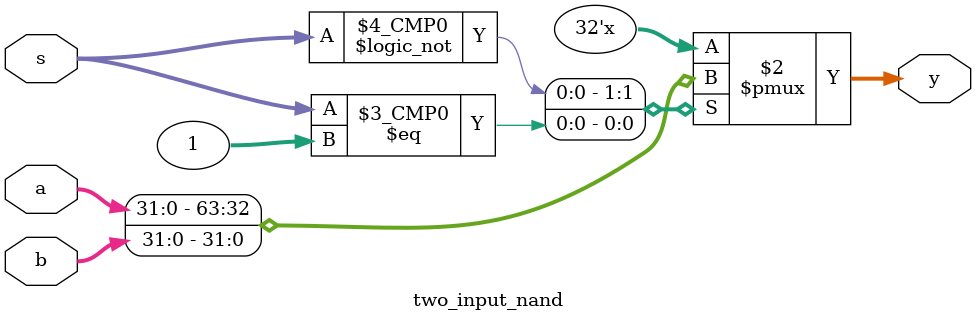
<source format=v>
`timescale 1ns / 1ps


module two_input_nand(
    input wire[31:0] s,
    input wire[31:0] a,
    input wire[31:0] b,
    output reg[31:0] y
    );
    always @(*) begin
         case(s)
             32'h0:begin
                y <= a;
             end
             32'h1:begin
                y <= b;
             end
          endcase
      end         
endmodule

</source>
